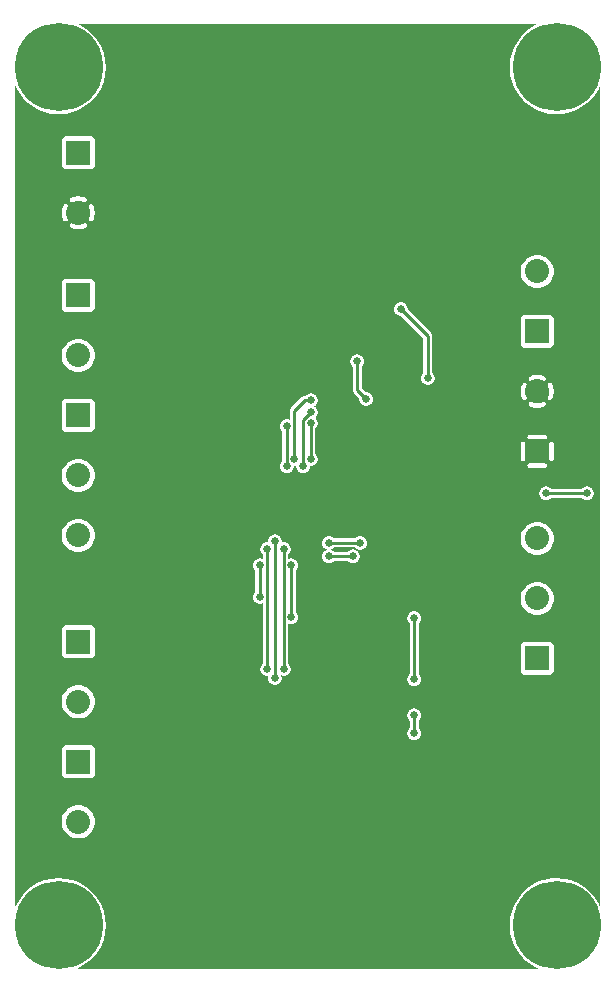
<source format=gbr>
G04 start of page 3 for group 1 idx 1 *
G04 Title: (unknown), solder *
G04 Creator: pcb 4.0.2 *
G04 CreationDate: Mon Jan 25 18:11:42 2021 UTC *
G04 For: ndholmes *
G04 Format: Gerber/RS-274X *
G04 PCB-Dimensions (mil): 3000.00 3200.00 *
G04 PCB-Coordinate-Origin: lower left *
%MOIN*%
%FSLAX25Y25*%
%LNBOTTOM*%
%ADD29C,0.0480*%
%ADD28C,0.1285*%
%ADD27C,0.0120*%
%ADD26C,0.0260*%
%ADD25C,0.0800*%
%ADD24C,0.2937*%
%ADD23C,0.0100*%
%ADD22C,0.0001*%
G54D22*G36*
X186246Y287650D02*X187862Y288038D01*
X190142Y288982D01*
X192247Y290272D01*
X194124Y291876D01*
X195728Y293753D01*
X197018Y295858D01*
X197500Y297022D01*
Y22978D01*
X197018Y24142D01*
X195728Y26247D01*
X194124Y28124D01*
X192247Y29728D01*
X190142Y31018D01*
X187862Y31962D01*
X186246Y32350D01*
Y159500D01*
X191256D01*
X191369Y159369D01*
X191644Y159134D01*
X191953Y158944D01*
X192287Y158806D01*
X192639Y158721D01*
X193000Y158693D01*
X193361Y158721D01*
X193713Y158806D01*
X194047Y158944D01*
X194356Y159134D01*
X194631Y159369D01*
X194866Y159644D01*
X195056Y159953D01*
X195194Y160287D01*
X195279Y160639D01*
X195300Y161000D01*
X195279Y161361D01*
X195194Y161713D01*
X195056Y162047D01*
X194866Y162356D01*
X194631Y162631D01*
X194356Y162866D01*
X194047Y163056D01*
X193713Y163194D01*
X193361Y163279D01*
X193000Y163307D01*
X192639Y163279D01*
X192287Y163194D01*
X191953Y163056D01*
X191644Y162866D01*
X191369Y162631D01*
X191256Y162500D01*
X186246D01*
Y287650D01*
G37*
G36*
X176500Y2716D02*X177022Y2500D01*
X176500D01*
Y2716D01*
G37*
G36*
X181250Y159500D02*X186246D01*
Y32350D01*
X185461Y32539D01*
X183000Y32732D01*
X181250Y32595D01*
Y100700D01*
X181384Y100783D01*
X181564Y100936D01*
X181717Y101116D01*
X181841Y101317D01*
X181931Y101535D01*
X181986Y101765D01*
X182000Y102000D01*
X181986Y110235D01*
X181931Y110465D01*
X181841Y110683D01*
X181717Y110884D01*
X181564Y111064D01*
X181384Y111217D01*
X181250Y111300D01*
Y123225D01*
X181416Y123495D01*
X181747Y124295D01*
X181949Y125137D01*
X182000Y126000D01*
X181949Y126863D01*
X181747Y127705D01*
X181416Y128505D01*
X181250Y128775D01*
Y143225D01*
X181416Y143495D01*
X181747Y144295D01*
X181949Y145137D01*
X182000Y146000D01*
X181949Y146863D01*
X181747Y147705D01*
X181416Y148505D01*
X181250Y148775D01*
Y159500D01*
G37*
G36*
Y287405D02*X183000Y287268D01*
X185461Y287461D01*
X186246Y287650D01*
Y162500D01*
X181250D01*
Y171748D01*
X181368Y171757D01*
X181482Y171785D01*
X181592Y171830D01*
X181692Y171891D01*
X181782Y171968D01*
X181859Y172058D01*
X181920Y172158D01*
X181965Y172268D01*
X181993Y172382D01*
X182000Y172500D01*
Y177500D01*
X181993Y177618D01*
X181965Y177732D01*
X181920Y177842D01*
X181859Y177942D01*
X181782Y178032D01*
X181692Y178109D01*
X181592Y178170D01*
X181482Y178215D01*
X181368Y178243D01*
X181250Y178252D01*
Y192303D01*
X181269Y192319D01*
X181345Y192409D01*
X181405Y192511D01*
X181622Y192980D01*
X181789Y193469D01*
X181909Y193972D01*
X181982Y194484D01*
X182006Y195000D01*
X181982Y195516D01*
X181909Y196028D01*
X181789Y196531D01*
X181622Y197020D01*
X181410Y197492D01*
X181349Y197593D01*
X181272Y197684D01*
X181250Y197702D01*
Y209700D01*
X181384Y209783D01*
X181564Y209936D01*
X181717Y210116D01*
X181841Y210317D01*
X181931Y210535D01*
X181986Y210765D01*
X182000Y211000D01*
X181986Y219235D01*
X181931Y219465D01*
X181841Y219683D01*
X181717Y219884D01*
X181564Y220064D01*
X181384Y220217D01*
X181250Y220300D01*
Y232225D01*
X181416Y232495D01*
X181747Y233295D01*
X181949Y234137D01*
X182000Y235000D01*
X181949Y235863D01*
X181747Y236705D01*
X181416Y237505D01*
X181250Y237775D01*
Y287405D01*
G37*
G36*
Y220300D02*X181183Y220341D01*
X180965Y220431D01*
X180735Y220486D01*
X180500Y220500D01*
X176500Y220493D01*
Y229483D01*
X177363Y229551D01*
X178205Y229753D01*
X179005Y230084D01*
X179743Y230537D01*
X180401Y231099D01*
X180963Y231757D01*
X181250Y232225D01*
Y220300D01*
G37*
G36*
Y128775D02*X180963Y129243D01*
X180401Y129901D01*
X179743Y130463D01*
X179005Y130916D01*
X178205Y131247D01*
X177363Y131449D01*
X176500Y131517D01*
Y140483D01*
X177363Y140551D01*
X178205Y140753D01*
X179005Y141084D01*
X179743Y141537D01*
X180401Y142099D01*
X180963Y142757D01*
X181250Y143225D01*
Y128775D01*
G37*
G36*
Y111300D02*X181183Y111341D01*
X180965Y111431D01*
X180735Y111486D01*
X180500Y111500D01*
X176500Y111493D01*
Y120483D01*
X177363Y120551D01*
X178205Y120753D01*
X179005Y121084D01*
X179743Y121537D01*
X180401Y122099D01*
X180963Y122757D01*
X181250Y123225D01*
Y111300D01*
G37*
G36*
Y32595D02*X180539Y32539D01*
X178138Y31962D01*
X176500Y31284D01*
Y100507D01*
X180735Y100514D01*
X180965Y100569D01*
X181183Y100659D01*
X181250Y100700D01*
Y32595D01*
G37*
G36*
Y162500D02*X181244D01*
X181131Y162631D01*
X180856Y162866D01*
X180547Y163056D01*
X180213Y163194D01*
X179861Y163279D01*
X179500Y163307D01*
X179139Y163279D01*
X178787Y163194D01*
X178453Y163056D01*
X178144Y162866D01*
X177869Y162631D01*
X177634Y162356D01*
X177444Y162047D01*
X177306Y161713D01*
X177221Y161361D01*
X177193Y161000D01*
X177221Y160639D01*
X177306Y160287D01*
X177444Y159953D01*
X177634Y159644D01*
X177869Y159369D01*
X178144Y159134D01*
X178453Y158944D01*
X178787Y158806D01*
X179139Y158721D01*
X179500Y158693D01*
X179861Y158721D01*
X180213Y158806D01*
X180547Y158944D01*
X180856Y159134D01*
X181131Y159369D01*
X181244Y159500D01*
X181250D01*
Y148775D01*
X180963Y149243D01*
X180401Y149901D01*
X179743Y150463D01*
X179005Y150916D01*
X178205Y151247D01*
X177363Y151449D01*
X176500Y151517D01*
Y169500D01*
X179000D01*
X179118Y169507D01*
X179232Y169535D01*
X179342Y169580D01*
X179442Y169641D01*
X179532Y169718D01*
X179609Y169808D01*
X179670Y169908D01*
X179715Y170018D01*
X179743Y170132D01*
X179752Y170250D01*
X179743Y170368D01*
X179715Y170482D01*
X179670Y170592D01*
X179609Y170692D01*
X179532Y170782D01*
X179442Y170859D01*
X179342Y170920D01*
X179232Y170965D01*
X179118Y170993D01*
X179000Y171000D01*
X176500D01*
Y179000D01*
X179000D01*
X179118Y179007D01*
X179232Y179035D01*
X179342Y179080D01*
X179442Y179141D01*
X179532Y179218D01*
X179609Y179308D01*
X179670Y179408D01*
X179715Y179518D01*
X179743Y179632D01*
X179752Y179750D01*
X179743Y179868D01*
X179715Y179982D01*
X179670Y180092D01*
X179609Y180192D01*
X179532Y180282D01*
X179442Y180359D01*
X179342Y180420D01*
X179232Y180465D01*
X179118Y180493D01*
X179000Y180500D01*
X176500D01*
Y189494D01*
X177016Y189518D01*
X177528Y189591D01*
X178031Y189711D01*
X178520Y189878D01*
X178992Y190090D01*
X179093Y190151D01*
X179184Y190228D01*
X179261Y190318D01*
X179323Y190420D01*
X179369Y190529D01*
X179397Y190645D01*
X179406Y190763D01*
X179397Y190881D01*
X179370Y190997D01*
X179324Y191107D01*
X179262Y191208D01*
X179186Y191298D01*
X179095Y191376D01*
X178994Y191438D01*
X178885Y191484D01*
X178769Y191511D01*
X178651Y191521D01*
X178532Y191512D01*
X178417Y191484D01*
X178308Y191437D01*
X177968Y191279D01*
X177612Y191158D01*
X177247Y191070D01*
X176875Y191018D01*
X176500Y191000D01*
Y199000D01*
X176875Y198982D01*
X177247Y198930D01*
X177612Y198842D01*
X177968Y198721D01*
X178310Y198567D01*
X178418Y198520D01*
X178533Y198493D01*
X178651Y198483D01*
X178768Y198493D01*
X178883Y198521D01*
X178992Y198566D01*
X179093Y198628D01*
X179182Y198705D01*
X179259Y198795D01*
X179320Y198895D01*
X179365Y199004D01*
X179393Y199119D01*
X179402Y199237D01*
X179392Y199355D01*
X179365Y199469D01*
X179319Y199578D01*
X179257Y199679D01*
X179181Y199769D01*
X179091Y199845D01*
X178989Y199905D01*
X178520Y200122D01*
X178031Y200289D01*
X177528Y200409D01*
X177016Y200482D01*
X176500Y200506D01*
Y209507D01*
X180735Y209514D01*
X180965Y209569D01*
X181183Y209659D01*
X181250Y209700D01*
Y197702D01*
X181182Y197761D01*
X181080Y197823D01*
X180971Y197869D01*
X180855Y197897D01*
X180737Y197906D01*
X180619Y197897D01*
X180503Y197870D01*
X180393Y197824D01*
X180292Y197762D01*
X180202Y197686D01*
X180124Y197595D01*
X180062Y197494D01*
X180016Y197385D01*
X179989Y197269D01*
X179979Y197151D01*
X179988Y197032D01*
X180016Y196917D01*
X180063Y196808D01*
X180221Y196468D01*
X180342Y196112D01*
X180430Y195747D01*
X180482Y195375D01*
X180500Y195000D01*
X180482Y194625D01*
X180430Y194253D01*
X180342Y193888D01*
X180221Y193532D01*
X180067Y193190D01*
X180020Y193082D01*
X179993Y192967D01*
X179983Y192849D01*
X179993Y192732D01*
X180021Y192617D01*
X180066Y192508D01*
X180128Y192407D01*
X180205Y192318D01*
X180295Y192241D01*
X180395Y192180D01*
X180504Y192135D01*
X180619Y192107D01*
X180737Y192098D01*
X180855Y192108D01*
X180969Y192135D01*
X181078Y192181D01*
X181179Y192243D01*
X181250Y192303D01*
Y178252D01*
X181132Y178243D01*
X181018Y178215D01*
X180908Y178170D01*
X180808Y178109D01*
X180718Y178032D01*
X180641Y177942D01*
X180580Y177842D01*
X180535Y177732D01*
X180507Y177618D01*
X180500Y177500D01*
Y172500D01*
X180507Y172382D01*
X180535Y172268D01*
X180580Y172158D01*
X180641Y172058D01*
X180718Y171968D01*
X180808Y171891D01*
X180908Y171830D01*
X181018Y171785D01*
X181132Y171757D01*
X181250Y171748D01*
Y162500D01*
G37*
G36*
X176500Y288716D02*X178138Y288038D01*
X180539Y287461D01*
X181250Y287405D01*
Y237775D01*
X180963Y238243D01*
X180401Y238901D01*
X179743Y239463D01*
X179005Y239916D01*
X178205Y240247D01*
X177363Y240449D01*
X176500Y240517D01*
Y288716D01*
G37*
G36*
Y317500D02*X177022D01*
X176500Y317284D01*
Y317500D01*
G37*
G36*
X171750Y6023D02*X171876Y5876D01*
X173753Y4272D01*
X175858Y2982D01*
X176500Y2716D01*
Y2500D01*
X171750D01*
Y6023D01*
G37*
G36*
Y100700D02*X171817Y100659D01*
X172035Y100569D01*
X172265Y100514D01*
X172500Y100500D01*
X176500Y100507D01*
Y31284D01*
X175858Y31018D01*
X173753Y29728D01*
X171876Y28124D01*
X171750Y27977D01*
Y100700D01*
G37*
G36*
Y123225D02*X172037Y122757D01*
X172599Y122099D01*
X173257Y121537D01*
X173995Y121084D01*
X174795Y120753D01*
X175637Y120551D01*
X176500Y120483D01*
Y111493D01*
X172265Y111486D01*
X172035Y111431D01*
X171817Y111341D01*
X171750Y111300D01*
Y123225D01*
G37*
G36*
Y143225D02*X172037Y142757D01*
X172599Y142099D01*
X173257Y141537D01*
X173995Y141084D01*
X174795Y140753D01*
X175637Y140551D01*
X176500Y140483D01*
Y131517D01*
X175637Y131449D01*
X174795Y131247D01*
X173995Y130916D01*
X173257Y130463D01*
X172599Y129901D01*
X172037Y129243D01*
X171750Y128775D01*
Y143225D01*
G37*
G36*
Y209700D02*X171817Y209659D01*
X172035Y209569D01*
X172265Y209514D01*
X172500Y209500D01*
X176500Y209507D01*
Y200506D01*
X175984Y200482D01*
X175472Y200409D01*
X174969Y200289D01*
X174480Y200122D01*
X174008Y199910D01*
X173907Y199849D01*
X173816Y199772D01*
X173739Y199682D01*
X173677Y199580D01*
X173631Y199471D01*
X173603Y199355D01*
X173594Y199237D01*
X173603Y199119D01*
X173630Y199003D01*
X173676Y198893D01*
X173738Y198792D01*
X173814Y198702D01*
X173905Y198624D01*
X174006Y198562D01*
X174115Y198516D01*
X174231Y198489D01*
X174349Y198479D01*
X174468Y198488D01*
X174583Y198516D01*
X174692Y198563D01*
X175032Y198721D01*
X175388Y198842D01*
X175753Y198930D01*
X176125Y198982D01*
X176500Y199000D01*
Y191000D01*
X176125Y191018D01*
X175753Y191070D01*
X175388Y191158D01*
X175032Y191279D01*
X174690Y191433D01*
X174582Y191480D01*
X174467Y191507D01*
X174349Y191517D01*
X174232Y191507D01*
X174117Y191479D01*
X174008Y191434D01*
X173907Y191372D01*
X173818Y191295D01*
X173741Y191205D01*
X173680Y191105D01*
X173635Y190996D01*
X173607Y190881D01*
X173598Y190763D01*
X173608Y190645D01*
X173635Y190531D01*
X173681Y190422D01*
X173743Y190321D01*
X173819Y190231D01*
X173909Y190155D01*
X174011Y190095D01*
X174480Y189878D01*
X174969Y189711D01*
X175472Y189591D01*
X175984Y189518D01*
X176500Y189494D01*
Y180500D01*
X174000D01*
X173882Y180493D01*
X173768Y180465D01*
X173658Y180420D01*
X173558Y180359D01*
X173468Y180282D01*
X173391Y180192D01*
X173330Y180092D01*
X173285Y179982D01*
X173257Y179868D01*
X173248Y179750D01*
X173257Y179632D01*
X173285Y179518D01*
X173330Y179408D01*
X173391Y179308D01*
X173468Y179218D01*
X173558Y179141D01*
X173658Y179080D01*
X173768Y179035D01*
X173882Y179007D01*
X174000Y179000D01*
X176500D01*
Y171000D01*
X174000D01*
X173882Y170993D01*
X173768Y170965D01*
X173658Y170920D01*
X173558Y170859D01*
X173468Y170782D01*
X173391Y170692D01*
X173330Y170592D01*
X173285Y170482D01*
X173257Y170368D01*
X173248Y170250D01*
X173257Y170132D01*
X173285Y170018D01*
X173330Y169908D01*
X173391Y169808D01*
X173468Y169718D01*
X173558Y169641D01*
X173658Y169580D01*
X173768Y169535D01*
X173882Y169507D01*
X174000Y169500D01*
X176500D01*
Y151517D01*
X175637Y151449D01*
X174795Y151247D01*
X173995Y150916D01*
X173257Y150463D01*
X172599Y149901D01*
X172037Y149243D01*
X171750Y148775D01*
Y171748D01*
X171868Y171757D01*
X171982Y171785D01*
X172092Y171830D01*
X172192Y171891D01*
X172282Y171968D01*
X172359Y172058D01*
X172420Y172158D01*
X172465Y172268D01*
X172493Y172382D01*
X172500Y172500D01*
Y177500D01*
X172493Y177618D01*
X172465Y177732D01*
X172420Y177842D01*
X172359Y177942D01*
X172282Y178032D01*
X172192Y178109D01*
X172092Y178170D01*
X171982Y178215D01*
X171868Y178243D01*
X171750Y178252D01*
Y192298D01*
X171818Y192239D01*
X171920Y192177D01*
X172029Y192131D01*
X172145Y192103D01*
X172263Y192094D01*
X172381Y192103D01*
X172497Y192130D01*
X172607Y192176D01*
X172708Y192238D01*
X172798Y192314D01*
X172876Y192405D01*
X172938Y192506D01*
X172984Y192615D01*
X173011Y192731D01*
X173021Y192849D01*
X173012Y192968D01*
X172984Y193083D01*
X172937Y193192D01*
X172779Y193532D01*
X172658Y193888D01*
X172570Y194253D01*
X172518Y194625D01*
X172500Y195000D01*
X172518Y195375D01*
X172570Y195747D01*
X172658Y196112D01*
X172779Y196468D01*
X172933Y196810D01*
X172980Y196918D01*
X173007Y197033D01*
X173017Y197151D01*
X173007Y197268D01*
X172979Y197383D01*
X172934Y197492D01*
X172872Y197593D01*
X172795Y197682D01*
X172705Y197759D01*
X172605Y197820D01*
X172496Y197865D01*
X172381Y197893D01*
X172263Y197902D01*
X172145Y197892D01*
X172031Y197865D01*
X171922Y197819D01*
X171821Y197757D01*
X171750Y197697D01*
Y209700D01*
G37*
G36*
Y232225D02*X172037Y231757D01*
X172599Y231099D01*
X173257Y230537D01*
X173995Y230084D01*
X174795Y229753D01*
X175637Y229551D01*
X176500Y229483D01*
Y220493D01*
X172265Y220486D01*
X172035Y220431D01*
X171817Y220341D01*
X171750Y220300D01*
Y232225D01*
G37*
G36*
Y292023D02*X171876Y291876D01*
X173753Y290272D01*
X175858Y288982D01*
X176500Y288716D01*
Y240517D01*
X175637Y240449D01*
X174795Y240247D01*
X173995Y239916D01*
X173257Y239463D01*
X172599Y238901D01*
X172037Y238243D01*
X171750Y237775D01*
Y292023D01*
G37*
G36*
Y317500D02*X176500D01*
Y317284D01*
X175858Y317018D01*
X173753Y315728D01*
X171876Y314124D01*
X171750Y313977D01*
Y317500D01*
G37*
G36*
X135496D02*X171750D01*
Y313977D01*
X170272Y312247D01*
X168982Y310142D01*
X168038Y307862D01*
X167461Y305461D01*
X167268Y303000D01*
X167461Y300539D01*
X168038Y298138D01*
X168982Y295858D01*
X170272Y293753D01*
X171750Y292023D01*
Y237775D01*
X171584Y237505D01*
X171253Y236705D01*
X171051Y235863D01*
X170983Y235000D01*
X171051Y234137D01*
X171253Y233295D01*
X171584Y232495D01*
X171750Y232225D01*
Y220300D01*
X171616Y220217D01*
X171436Y220064D01*
X171283Y219884D01*
X171159Y219683D01*
X171069Y219465D01*
X171014Y219235D01*
X171000Y219000D01*
X171014Y210765D01*
X171069Y210535D01*
X171159Y210317D01*
X171283Y210116D01*
X171436Y209936D01*
X171616Y209783D01*
X171750Y209700D01*
Y197697D01*
X171731Y197681D01*
X171655Y197591D01*
X171595Y197489D01*
X171378Y197020D01*
X171211Y196531D01*
X171091Y196028D01*
X171018Y195516D01*
X170994Y195000D01*
X171018Y194484D01*
X171091Y193972D01*
X171211Y193469D01*
X171378Y192980D01*
X171590Y192508D01*
X171651Y192407D01*
X171728Y192316D01*
X171750Y192298D01*
Y178252D01*
X171632Y178243D01*
X171518Y178215D01*
X171408Y178170D01*
X171308Y178109D01*
X171218Y178032D01*
X171141Y177942D01*
X171080Y177842D01*
X171035Y177732D01*
X171007Y177618D01*
X171000Y177500D01*
Y172500D01*
X171007Y172382D01*
X171035Y172268D01*
X171080Y172158D01*
X171141Y172058D01*
X171218Y171968D01*
X171308Y171891D01*
X171408Y171830D01*
X171518Y171785D01*
X171632Y171757D01*
X171750Y171748D01*
Y148775D01*
X171584Y148505D01*
X171253Y147705D01*
X171051Y146863D01*
X170983Y146000D01*
X171051Y145137D01*
X171253Y144295D01*
X171584Y143495D01*
X171750Y143225D01*
Y128775D01*
X171584Y128505D01*
X171253Y127705D01*
X171051Y126863D01*
X170983Y126000D01*
X171051Y125137D01*
X171253Y124295D01*
X171584Y123495D01*
X171750Y123225D01*
Y111300D01*
X171616Y111217D01*
X171436Y111064D01*
X171283Y110884D01*
X171159Y110683D01*
X171069Y110465D01*
X171014Y110235D01*
X171000Y110000D01*
X171014Y101765D01*
X171069Y101535D01*
X171159Y101317D01*
X171283Y101116D01*
X171436Y100936D01*
X171616Y100783D01*
X171750Y100700D01*
Y27977D01*
X170272Y26247D01*
X168982Y24142D01*
X168038Y21862D01*
X167461Y19461D01*
X167268Y17000D01*
X167461Y14539D01*
X168038Y12138D01*
X168982Y9858D01*
X170272Y7753D01*
X171750Y6023D01*
Y2500D01*
X135496D01*
Y78693D01*
X135500Y78693D01*
X135861Y78721D01*
X136213Y78806D01*
X136547Y78944D01*
X136856Y79134D01*
X137131Y79369D01*
X137366Y79644D01*
X137556Y79953D01*
X137694Y80287D01*
X137779Y80639D01*
X137800Y81000D01*
X137779Y81361D01*
X137694Y81713D01*
X137556Y82047D01*
X137366Y82356D01*
X137131Y82631D01*
X137000Y82744D01*
Y85256D01*
X137131Y85369D01*
X137366Y85644D01*
X137556Y85953D01*
X137694Y86287D01*
X137779Y86639D01*
X137800Y87000D01*
X137779Y87361D01*
X137694Y87713D01*
X137556Y88047D01*
X137366Y88356D01*
X137131Y88631D01*
X136856Y88866D01*
X136547Y89056D01*
X136213Y89194D01*
X135861Y89279D01*
X135500Y89307D01*
X135496Y89307D01*
Y96693D01*
X135500Y96693D01*
X135861Y96721D01*
X136213Y96806D01*
X136547Y96944D01*
X136856Y97134D01*
X137131Y97369D01*
X137366Y97644D01*
X137556Y97953D01*
X137694Y98287D01*
X137779Y98639D01*
X137800Y99000D01*
X137779Y99361D01*
X137694Y99713D01*
X137556Y100047D01*
X137366Y100356D01*
X137131Y100631D01*
X137000Y100744D01*
Y117756D01*
X137131Y117869D01*
X137366Y118144D01*
X137556Y118453D01*
X137694Y118787D01*
X137779Y119139D01*
X137800Y119500D01*
X137779Y119861D01*
X137694Y120213D01*
X137556Y120547D01*
X137366Y120856D01*
X137131Y121131D01*
X136856Y121366D01*
X136547Y121556D01*
X136213Y121694D01*
X135861Y121779D01*
X135500Y121807D01*
X135496Y121807D01*
Y215882D01*
X138500Y212879D01*
Y201244D01*
X138369Y201131D01*
X138134Y200856D01*
X137944Y200547D01*
X137806Y200213D01*
X137721Y199861D01*
X137693Y199500D01*
X137721Y199139D01*
X137806Y198787D01*
X137944Y198453D01*
X138134Y198144D01*
X138369Y197869D01*
X138644Y197634D01*
X138953Y197444D01*
X139287Y197306D01*
X139639Y197221D01*
X140000Y197193D01*
X140361Y197221D01*
X140713Y197306D01*
X141047Y197444D01*
X141356Y197634D01*
X141631Y197869D01*
X141866Y198144D01*
X142056Y198453D01*
X142194Y198787D01*
X142279Y199139D01*
X142300Y199500D01*
X142279Y199861D01*
X142194Y200213D01*
X142056Y200547D01*
X141866Y200856D01*
X141631Y201131D01*
X141500Y201244D01*
Y213441D01*
X141505Y213500D01*
X141486Y213735D01*
X141431Y213965D01*
X141341Y214183D01*
X141217Y214384D01*
X141064Y214564D01*
X141019Y214602D01*
X135496Y220125D01*
Y317500D01*
G37*
G36*
X117996D02*X135496D01*
Y220125D01*
X133290Y222331D01*
X133300Y222500D01*
X133279Y222861D01*
X133194Y223213D01*
X133056Y223547D01*
X132866Y223856D01*
X132631Y224131D01*
X132356Y224366D01*
X132047Y224556D01*
X131713Y224694D01*
X131361Y224779D01*
X131000Y224807D01*
X130639Y224779D01*
X130287Y224694D01*
X129953Y224556D01*
X129644Y224366D01*
X129369Y224131D01*
X129134Y223856D01*
X128944Y223547D01*
X128806Y223213D01*
X128721Y222861D01*
X128693Y222500D01*
X128721Y222139D01*
X128806Y221787D01*
X128944Y221453D01*
X129134Y221144D01*
X129369Y220869D01*
X129644Y220634D01*
X129953Y220444D01*
X130287Y220306D01*
X130639Y220221D01*
X131000Y220193D01*
X131172Y220206D01*
X135496Y215882D01*
Y121807D01*
X135139Y121779D01*
X134787Y121694D01*
X134453Y121556D01*
X134144Y121366D01*
X133869Y121131D01*
X133634Y120856D01*
X133444Y120547D01*
X133306Y120213D01*
X133221Y119861D01*
X133193Y119500D01*
X133221Y119139D01*
X133306Y118787D01*
X133444Y118453D01*
X133634Y118144D01*
X133869Y117869D01*
X134000Y117756D01*
Y100744D01*
X133869Y100631D01*
X133634Y100356D01*
X133444Y100047D01*
X133306Y99713D01*
X133221Y99361D01*
X133193Y99000D01*
X133221Y98639D01*
X133306Y98287D01*
X133444Y97953D01*
X133634Y97644D01*
X133869Y97369D01*
X134144Y97134D01*
X134453Y96944D01*
X134787Y96806D01*
X135139Y96721D01*
X135496Y96693D01*
Y89307D01*
X135139Y89279D01*
X134787Y89194D01*
X134453Y89056D01*
X134144Y88866D01*
X133869Y88631D01*
X133634Y88356D01*
X133444Y88047D01*
X133306Y87713D01*
X133221Y87361D01*
X133193Y87000D01*
X133221Y86639D01*
X133306Y86287D01*
X133444Y85953D01*
X133634Y85644D01*
X133869Y85369D01*
X134000Y85256D01*
Y82744D01*
X133869Y82631D01*
X133634Y82356D01*
X133444Y82047D01*
X133306Y81713D01*
X133221Y81361D01*
X133193Y81000D01*
X133221Y80639D01*
X133306Y80287D01*
X133444Y79953D01*
X133634Y79644D01*
X133869Y79369D01*
X134144Y79134D01*
X134453Y78944D01*
X134787Y78806D01*
X135139Y78721D01*
X135496Y78693D01*
Y2500D01*
X117996D01*
Y142254D01*
X118213Y142306D01*
X118547Y142444D01*
X118856Y142634D01*
X119131Y142869D01*
X119366Y143144D01*
X119556Y143453D01*
X119694Y143787D01*
X119779Y144139D01*
X119800Y144500D01*
X119779Y144861D01*
X119694Y145213D01*
X119556Y145547D01*
X119366Y145856D01*
X119131Y146131D01*
X118856Y146366D01*
X118547Y146556D01*
X118213Y146694D01*
X117996Y146746D01*
Y190759D01*
X118144Y190634D01*
X118453Y190444D01*
X118787Y190306D01*
X119139Y190221D01*
X119500Y190193D01*
X119861Y190221D01*
X120213Y190306D01*
X120547Y190444D01*
X120856Y190634D01*
X121131Y190869D01*
X121366Y191144D01*
X121556Y191453D01*
X121694Y191787D01*
X121779Y192139D01*
X121800Y192500D01*
X121779Y192861D01*
X121694Y193213D01*
X121556Y193547D01*
X121366Y193856D01*
X121131Y194131D01*
X120856Y194366D01*
X120547Y194556D01*
X120213Y194694D01*
X119861Y194779D01*
X119500Y194807D01*
X119328Y194794D01*
X118000Y196121D01*
Y203256D01*
X118131Y203369D01*
X118366Y203644D01*
X118556Y203953D01*
X118694Y204287D01*
X118779Y204639D01*
X118800Y205000D01*
X118779Y205361D01*
X118694Y205713D01*
X118556Y206047D01*
X118366Y206356D01*
X118131Y206631D01*
X117996Y206747D01*
Y317500D01*
G37*
G36*
X96996D02*X117996D01*
Y206747D01*
X117856Y206866D01*
X117547Y207056D01*
X117213Y207194D01*
X116861Y207279D01*
X116500Y207307D01*
X116139Y207279D01*
X115787Y207194D01*
X115453Y207056D01*
X115144Y206866D01*
X114869Y206631D01*
X114634Y206356D01*
X114444Y206047D01*
X114306Y205713D01*
X114221Y205361D01*
X114193Y205000D01*
X114221Y204639D01*
X114306Y204287D01*
X114444Y203953D01*
X114634Y203644D01*
X114869Y203369D01*
X115000Y203256D01*
Y195559D01*
X114995Y195500D01*
X115014Y195265D01*
X115069Y195035D01*
X115159Y194817D01*
X115283Y194616D01*
X115436Y194436D01*
X115481Y194398D01*
X117206Y192672D01*
X117193Y192500D01*
X117221Y192139D01*
X117306Y191787D01*
X117444Y191453D01*
X117634Y191144D01*
X117869Y190869D01*
X117996Y190759D01*
Y146746D01*
X117861Y146779D01*
X117500Y146807D01*
X117139Y146779D01*
X116787Y146694D01*
X116453Y146556D01*
X116144Y146366D01*
X115869Y146131D01*
X115756Y146000D01*
X108744D01*
X108631Y146131D01*
X108356Y146366D01*
X108047Y146556D01*
X107713Y146694D01*
X107361Y146779D01*
X107000Y146807D01*
X106639Y146779D01*
X106287Y146694D01*
X105953Y146556D01*
X105644Y146366D01*
X105369Y146131D01*
X105134Y145856D01*
X104944Y145547D01*
X104806Y145213D01*
X104721Y144861D01*
X104693Y144500D01*
X104721Y144139D01*
X104806Y143787D01*
X104944Y143453D01*
X105134Y143144D01*
X105369Y142869D01*
X105644Y142634D01*
X105953Y142444D01*
X106287Y142306D01*
X106520Y142250D01*
X106287Y142194D01*
X105953Y142056D01*
X105644Y141866D01*
X105369Y141631D01*
X105134Y141356D01*
X104944Y141047D01*
X104806Y140713D01*
X104721Y140361D01*
X104693Y140000D01*
X104721Y139639D01*
X104806Y139287D01*
X104944Y138953D01*
X105134Y138644D01*
X105369Y138369D01*
X105644Y138134D01*
X105953Y137944D01*
X106287Y137806D01*
X106639Y137721D01*
X107000Y137693D01*
X107361Y137721D01*
X107713Y137806D01*
X108047Y137944D01*
X108356Y138134D01*
X108631Y138369D01*
X108744Y138500D01*
X113256D01*
X113369Y138369D01*
X113644Y138134D01*
X113953Y137944D01*
X114287Y137806D01*
X114639Y137721D01*
X115000Y137693D01*
X115361Y137721D01*
X115713Y137806D01*
X116047Y137944D01*
X116356Y138134D01*
X116631Y138369D01*
X116866Y138644D01*
X117056Y138953D01*
X117194Y139287D01*
X117279Y139639D01*
X117300Y140000D01*
X117279Y140361D01*
X117194Y140713D01*
X117056Y141047D01*
X116866Y141356D01*
X116631Y141631D01*
X116356Y141866D01*
X116047Y142056D01*
X115713Y142194D01*
X115361Y142279D01*
X115000Y142307D01*
X114639Y142279D01*
X114287Y142194D01*
X113953Y142056D01*
X113644Y141866D01*
X113369Y141631D01*
X113256Y141500D01*
X108744D01*
X108631Y141631D01*
X108356Y141866D01*
X108047Y142056D01*
X107713Y142194D01*
X107480Y142250D01*
X107713Y142306D01*
X108047Y142444D01*
X108356Y142634D01*
X108631Y142869D01*
X108744Y143000D01*
X115756D01*
X115869Y142869D01*
X116144Y142634D01*
X116453Y142444D01*
X116787Y142306D01*
X117139Y142221D01*
X117500Y142193D01*
X117861Y142221D01*
X117996Y142254D01*
Y2500D01*
X96996D01*
Y168259D01*
X97144Y168134D01*
X97453Y167944D01*
X97787Y167806D01*
X98139Y167721D01*
X98500Y167693D01*
X98861Y167721D01*
X99213Y167806D01*
X99547Y167944D01*
X99856Y168134D01*
X100131Y168369D01*
X100366Y168644D01*
X100556Y168953D01*
X100694Y169287D01*
X100779Y169639D01*
X100800Y170000D01*
X100788Y170210D01*
X101000Y170193D01*
X101361Y170221D01*
X101713Y170306D01*
X102047Y170444D01*
X102356Y170634D01*
X102631Y170869D01*
X102866Y171144D01*
X103056Y171453D01*
X103194Y171787D01*
X103279Y172139D01*
X103300Y172500D01*
X103279Y172861D01*
X103194Y173213D01*
X103056Y173547D01*
X102866Y173856D01*
X102631Y174131D01*
X102500Y174244D01*
Y182756D01*
X102631Y182869D01*
X102866Y183144D01*
X103056Y183453D01*
X103194Y183787D01*
X103279Y184139D01*
X103300Y184500D01*
X103279Y184861D01*
X103194Y185213D01*
X103056Y185547D01*
X102866Y185856D01*
X102631Y186131D01*
X102492Y186250D01*
X102631Y186369D01*
X102866Y186644D01*
X103056Y186953D01*
X103194Y187287D01*
X103279Y187639D01*
X103300Y188000D01*
X103279Y188361D01*
X103194Y188713D01*
X103056Y189047D01*
X102866Y189356D01*
X102631Y189631D01*
X102356Y189866D01*
X102138Y190000D01*
X102356Y190134D01*
X102631Y190369D01*
X102866Y190644D01*
X103056Y190953D01*
X103194Y191287D01*
X103279Y191639D01*
X103300Y192000D01*
X103279Y192361D01*
X103194Y192713D01*
X103056Y193047D01*
X102866Y193356D01*
X102631Y193631D01*
X102356Y193866D01*
X102047Y194056D01*
X101713Y194194D01*
X101361Y194279D01*
X101000Y194307D01*
X100639Y194279D01*
X100287Y194194D01*
X99953Y194056D01*
X99644Y193866D01*
X99369Y193631D01*
X99256Y193500D01*
X99059D01*
X99000Y193505D01*
X98765Y193486D01*
X98535Y193431D01*
X98317Y193341D01*
X98116Y193217D01*
X98115Y193217D01*
X97936Y193064D01*
X97898Y193019D01*
X96996Y192118D01*
Y317500D01*
G37*
G36*
X89246D02*X96996D01*
Y192118D01*
X94481Y189602D01*
X94436Y189564D01*
X94283Y189384D01*
X94159Y189183D01*
X94069Y188965D01*
X94014Y188735D01*
X94014Y188735D01*
X93995Y188500D01*
X94000Y188441D01*
Y185575D01*
X93713Y185694D01*
X93361Y185779D01*
X93000Y185807D01*
X92639Y185779D01*
X92287Y185694D01*
X91953Y185556D01*
X91644Y185366D01*
X91369Y185131D01*
X91134Y184856D01*
X90944Y184547D01*
X90806Y184213D01*
X90721Y183861D01*
X90693Y183500D01*
X90721Y183139D01*
X90806Y182787D01*
X90944Y182453D01*
X91134Y182144D01*
X91369Y181869D01*
X91500Y181756D01*
Y171744D01*
X91369Y171631D01*
X91134Y171356D01*
X90944Y171047D01*
X90806Y170713D01*
X90721Y170361D01*
X90693Y170000D01*
X90721Y169639D01*
X90806Y169287D01*
X90944Y168953D01*
X91134Y168644D01*
X91369Y168369D01*
X91644Y168134D01*
X91953Y167944D01*
X92287Y167806D01*
X92639Y167721D01*
X93000Y167693D01*
X93361Y167721D01*
X93713Y167806D01*
X94047Y167944D01*
X94356Y168134D01*
X94631Y168369D01*
X94866Y168644D01*
X95056Y168953D01*
X95194Y169287D01*
X95279Y169639D01*
X95300Y170000D01*
X95288Y170210D01*
X95500Y170193D01*
X95861Y170221D01*
X96213Y170306D01*
X96217Y170308D01*
X96193Y170000D01*
X96221Y169639D01*
X96306Y169287D01*
X96444Y168953D01*
X96634Y168644D01*
X96869Y168369D01*
X96996Y168259D01*
Y2500D01*
X89246D01*
Y97212D01*
X89361Y97221D01*
X89713Y97306D01*
X90047Y97444D01*
X90356Y97634D01*
X90631Y97869D01*
X90866Y98144D01*
X91056Y98453D01*
X91194Y98787D01*
X91279Y99139D01*
X91300Y99500D01*
X91279Y99861D01*
X91194Y100213D01*
X91128Y100372D01*
X91287Y100306D01*
X91639Y100221D01*
X92000Y100193D01*
X92361Y100221D01*
X92713Y100306D01*
X93047Y100444D01*
X93356Y100634D01*
X93631Y100869D01*
X93866Y101144D01*
X94056Y101453D01*
X94194Y101787D01*
X94279Y102139D01*
X94300Y102500D01*
X94279Y102861D01*
X94194Y103213D01*
X94056Y103547D01*
X93866Y103856D01*
X93631Y104131D01*
X93500Y104244D01*
Y117625D01*
X93787Y117506D01*
X94139Y117421D01*
X94500Y117393D01*
X94861Y117421D01*
X95213Y117506D01*
X95547Y117644D01*
X95856Y117834D01*
X96131Y118069D01*
X96366Y118344D01*
X96556Y118653D01*
X96694Y118987D01*
X96779Y119339D01*
X96800Y119700D01*
X96779Y120061D01*
X96694Y120413D01*
X96556Y120747D01*
X96366Y121056D01*
X96131Y121331D01*
X96000Y121444D01*
Y135256D01*
X96131Y135369D01*
X96366Y135644D01*
X96556Y135953D01*
X96694Y136287D01*
X96779Y136639D01*
X96800Y137000D01*
X96779Y137361D01*
X96694Y137713D01*
X96556Y138047D01*
X96366Y138356D01*
X96131Y138631D01*
X95856Y138866D01*
X95547Y139056D01*
X95213Y139194D01*
X94861Y139279D01*
X94500Y139307D01*
X94139Y139279D01*
X93787Y139194D01*
X93500Y139075D01*
Y140756D01*
X93631Y140869D01*
X93866Y141144D01*
X94056Y141453D01*
X94194Y141787D01*
X94279Y142139D01*
X94300Y142500D01*
X94279Y142861D01*
X94194Y143213D01*
X94056Y143547D01*
X93866Y143856D01*
X93631Y144131D01*
X93356Y144366D01*
X93047Y144556D01*
X92713Y144694D01*
X92361Y144779D01*
X92000Y144807D01*
X91639Y144779D01*
X91287Y144694D01*
X91282Y144692D01*
X91300Y145000D01*
X91279Y145361D01*
X91194Y145713D01*
X91056Y146047D01*
X90866Y146356D01*
X90631Y146631D01*
X90356Y146866D01*
X90047Y147056D01*
X89713Y147194D01*
X89361Y147279D01*
X89246Y147288D01*
Y317500D01*
G37*
G36*
X27993D02*X89246D01*
Y147288D01*
X89000Y147307D01*
X88639Y147279D01*
X88287Y147194D01*
X87953Y147056D01*
X87644Y146866D01*
X87369Y146631D01*
X87134Y146356D01*
X86944Y146047D01*
X86806Y145713D01*
X86721Y145361D01*
X86693Y145000D01*
X86709Y144791D01*
X86500Y144807D01*
X86139Y144779D01*
X85787Y144694D01*
X85453Y144556D01*
X85144Y144366D01*
X84869Y144131D01*
X84634Y143856D01*
X84444Y143547D01*
X84306Y143213D01*
X84221Y142861D01*
X84193Y142500D01*
X84221Y142139D01*
X84306Y141787D01*
X84444Y141453D01*
X84634Y141144D01*
X84869Y140869D01*
X85000Y140756D01*
Y139075D01*
X84713Y139194D01*
X84361Y139279D01*
X84000Y139307D01*
X83639Y139279D01*
X83287Y139194D01*
X82953Y139056D01*
X82644Y138866D01*
X82369Y138631D01*
X82134Y138356D01*
X81944Y138047D01*
X81806Y137713D01*
X81721Y137361D01*
X81693Y137000D01*
X81721Y136639D01*
X81806Y136287D01*
X81944Y135953D01*
X82134Y135644D01*
X82369Y135369D01*
X82500Y135256D01*
Y128244D01*
X82369Y128131D01*
X82134Y127856D01*
X81944Y127547D01*
X81806Y127213D01*
X81721Y126861D01*
X81693Y126500D01*
X81721Y126139D01*
X81806Y125787D01*
X81944Y125453D01*
X82134Y125144D01*
X82369Y124869D01*
X82644Y124634D01*
X82953Y124444D01*
X83287Y124306D01*
X83639Y124221D01*
X84000Y124193D01*
X84361Y124221D01*
X84713Y124306D01*
X85000Y124425D01*
Y104244D01*
X84869Y104131D01*
X84634Y103856D01*
X84444Y103547D01*
X84306Y103213D01*
X84221Y102861D01*
X84193Y102500D01*
X84221Y102139D01*
X84306Y101787D01*
X84444Y101453D01*
X84634Y101144D01*
X84869Y100869D01*
X85144Y100634D01*
X85453Y100444D01*
X85787Y100306D01*
X86139Y100221D01*
X86500Y100193D01*
X86808Y100217D01*
X86806Y100213D01*
X86721Y99861D01*
X86693Y99500D01*
X86721Y99139D01*
X86806Y98787D01*
X86944Y98453D01*
X87134Y98144D01*
X87369Y97869D01*
X87644Y97634D01*
X87953Y97444D01*
X88287Y97306D01*
X88639Y97221D01*
X89000Y97193D01*
X89246Y97212D01*
Y2500D01*
X27993D01*
Y5763D01*
X28124Y5876D01*
X29728Y7753D01*
X31018Y9858D01*
X31962Y12138D01*
X32539Y14539D01*
X32684Y17000D01*
X32539Y19461D01*
X31962Y21862D01*
X31018Y24142D01*
X29728Y26247D01*
X28124Y28124D01*
X27993Y28237D01*
Y48305D01*
X28416Y48995D01*
X28747Y49795D01*
X28949Y50637D01*
X29000Y51500D01*
X28949Y52363D01*
X28747Y53205D01*
X28416Y54005D01*
X27993Y54695D01*
Y66080D01*
X28183Y66159D01*
X28384Y66283D01*
X28564Y66436D01*
X28717Y66616D01*
X28841Y66817D01*
X28931Y67035D01*
X28986Y67265D01*
X29000Y67500D01*
X28986Y75735D01*
X28931Y75965D01*
X28841Y76183D01*
X28717Y76384D01*
X28564Y76564D01*
X28384Y76717D01*
X28183Y76841D01*
X27993Y76920D01*
Y88305D01*
X28416Y88995D01*
X28747Y89795D01*
X28949Y90637D01*
X29000Y91500D01*
X28949Y92363D01*
X28747Y93205D01*
X28416Y94005D01*
X27993Y94695D01*
Y106080D01*
X28183Y106159D01*
X28384Y106283D01*
X28564Y106436D01*
X28717Y106616D01*
X28841Y106817D01*
X28931Y107035D01*
X28986Y107265D01*
X29000Y107500D01*
X28986Y115735D01*
X28931Y115965D01*
X28841Y116183D01*
X28717Y116384D01*
X28564Y116564D01*
X28384Y116717D01*
X28183Y116841D01*
X27993Y116920D01*
Y143805D01*
X28416Y144495D01*
X28747Y145295D01*
X28949Y146137D01*
X29000Y147000D01*
X28949Y147863D01*
X28747Y148705D01*
X28416Y149505D01*
X27993Y150195D01*
Y163805D01*
X28416Y164495D01*
X28747Y165295D01*
X28949Y166137D01*
X29000Y167000D01*
X28949Y167863D01*
X28747Y168705D01*
X28416Y169505D01*
X27993Y170195D01*
Y181580D01*
X28183Y181659D01*
X28384Y181783D01*
X28564Y181936D01*
X28717Y182116D01*
X28841Y182317D01*
X28931Y182535D01*
X28986Y182765D01*
X29000Y183000D01*
X28986Y191235D01*
X28931Y191465D01*
X28841Y191683D01*
X28717Y191884D01*
X28564Y192064D01*
X28384Y192217D01*
X28183Y192341D01*
X27993Y192420D01*
Y203805D01*
X28416Y204495D01*
X28747Y205295D01*
X28949Y206137D01*
X29000Y207000D01*
X28949Y207863D01*
X28747Y208705D01*
X28416Y209505D01*
X27993Y210195D01*
Y221580D01*
X28183Y221659D01*
X28384Y221783D01*
X28564Y221936D01*
X28717Y222116D01*
X28841Y222317D01*
X28931Y222535D01*
X28986Y222765D01*
X29000Y223000D01*
X28986Y231235D01*
X28931Y231465D01*
X28841Y231683D01*
X28717Y231884D01*
X28564Y232064D01*
X28384Y232217D01*
X28183Y232341D01*
X27993Y232420D01*
Y251645D01*
X28078Y251681D01*
X28179Y251743D01*
X28269Y251819D01*
X28345Y251909D01*
X28405Y252011D01*
X28622Y252480D01*
X28789Y252969D01*
X28909Y253472D01*
X28982Y253984D01*
X29006Y254500D01*
X28982Y255016D01*
X28909Y255528D01*
X28789Y256031D01*
X28622Y256520D01*
X28410Y256992D01*
X28349Y257093D01*
X28272Y257184D01*
X28182Y257261D01*
X28080Y257323D01*
X27993Y257360D01*
Y269080D01*
X28183Y269159D01*
X28384Y269283D01*
X28564Y269436D01*
X28717Y269616D01*
X28841Y269817D01*
X28931Y270035D01*
X28986Y270265D01*
X29000Y270500D01*
X28986Y278735D01*
X28931Y278965D01*
X28841Y279183D01*
X28717Y279384D01*
X28564Y279564D01*
X28384Y279717D01*
X28183Y279841D01*
X27993Y279920D01*
Y291763D01*
X28124Y291876D01*
X29728Y293753D01*
X31018Y295858D01*
X31962Y298138D01*
X32539Y300539D01*
X32684Y303000D01*
X32539Y305461D01*
X31962Y307862D01*
X31018Y310142D01*
X29728Y312247D01*
X28124Y314124D01*
X27993Y314237D01*
Y317500D01*
G37*
G36*
Y279920D02*X27965Y279931D01*
X27735Y279986D01*
X27500Y280000D01*
X23500Y279993D01*
Y288716D01*
X24142Y288982D01*
X26247Y290272D01*
X27993Y291763D01*
Y279920D01*
G37*
G36*
Y232420D02*X27965Y232431D01*
X27735Y232486D01*
X27500Y232500D01*
X23500Y232493D01*
Y248994D01*
X24016Y249018D01*
X24528Y249091D01*
X25031Y249211D01*
X25520Y249378D01*
X25992Y249590D01*
X26093Y249651D01*
X26184Y249728D01*
X26261Y249818D01*
X26323Y249920D01*
X26369Y250029D01*
X26397Y250145D01*
X26406Y250263D01*
X26397Y250381D01*
X26370Y250497D01*
X26324Y250607D01*
X26262Y250708D01*
X26186Y250798D01*
X26095Y250876D01*
X25994Y250938D01*
X25885Y250984D01*
X25769Y251011D01*
X25651Y251021D01*
X25532Y251012D01*
X25417Y250984D01*
X25308Y250937D01*
X24968Y250779D01*
X24612Y250658D01*
X24247Y250570D01*
X23875Y250518D01*
X23500Y250500D01*
Y258500D01*
X23875Y258482D01*
X24247Y258430D01*
X24612Y258342D01*
X24968Y258221D01*
X25310Y258067D01*
X25418Y258020D01*
X25533Y257993D01*
X25651Y257983D01*
X25768Y257993D01*
X25883Y258021D01*
X25992Y258066D01*
X26093Y258128D01*
X26182Y258205D01*
X26259Y258295D01*
X26320Y258395D01*
X26365Y258504D01*
X26393Y258619D01*
X26402Y258737D01*
X26392Y258855D01*
X26365Y258969D01*
X26319Y259078D01*
X26257Y259179D01*
X26181Y259269D01*
X26091Y259345D01*
X25989Y259405D01*
X25520Y259622D01*
X25031Y259789D01*
X24528Y259909D01*
X24016Y259982D01*
X23500Y260006D01*
Y269007D01*
X27735Y269014D01*
X27965Y269069D01*
X27993Y269080D01*
Y257360D01*
X27971Y257369D01*
X27855Y257397D01*
X27737Y257406D01*
X27619Y257397D01*
X27503Y257370D01*
X27393Y257324D01*
X27292Y257262D01*
X27202Y257186D01*
X27124Y257095D01*
X27062Y256994D01*
X27016Y256885D01*
X26989Y256769D01*
X26979Y256651D01*
X26988Y256532D01*
X27016Y256417D01*
X27063Y256308D01*
X27221Y255968D01*
X27342Y255612D01*
X27430Y255247D01*
X27482Y254875D01*
X27500Y254500D01*
X27482Y254125D01*
X27430Y253753D01*
X27342Y253388D01*
X27221Y253032D01*
X27067Y252690D01*
X27020Y252582D01*
X26993Y252467D01*
X26983Y252349D01*
X26993Y252232D01*
X27021Y252117D01*
X27066Y252008D01*
X27128Y251907D01*
X27205Y251818D01*
X27295Y251741D01*
X27395Y251680D01*
X27504Y251635D01*
X27619Y251607D01*
X27737Y251598D01*
X27855Y251608D01*
X27969Y251635D01*
X27993Y251645D01*
Y232420D01*
G37*
G36*
Y210195D02*X27963Y210243D01*
X27401Y210901D01*
X26743Y211463D01*
X26005Y211916D01*
X25205Y212247D01*
X24363Y212449D01*
X23500Y212517D01*
Y221507D01*
X27735Y221514D01*
X27965Y221569D01*
X27993Y221580D01*
Y210195D01*
G37*
G36*
Y192420D02*X27965Y192431D01*
X27735Y192486D01*
X27500Y192500D01*
X23500Y192493D01*
Y201483D01*
X24363Y201551D01*
X25205Y201753D01*
X26005Y202084D01*
X26743Y202537D01*
X27401Y203099D01*
X27963Y203757D01*
X27993Y203805D01*
Y192420D01*
G37*
G36*
Y170195D02*X27963Y170243D01*
X27401Y170901D01*
X26743Y171463D01*
X26005Y171916D01*
X25205Y172247D01*
X24363Y172449D01*
X23500Y172517D01*
Y181507D01*
X27735Y181514D01*
X27965Y181569D01*
X27993Y181580D01*
Y170195D01*
G37*
G36*
Y150195D02*X27963Y150243D01*
X27401Y150901D01*
X26743Y151463D01*
X26005Y151916D01*
X25205Y152247D01*
X24363Y152449D01*
X23500Y152517D01*
Y161483D01*
X24363Y161551D01*
X25205Y161753D01*
X26005Y162084D01*
X26743Y162537D01*
X27401Y163099D01*
X27963Y163757D01*
X27993Y163805D01*
Y150195D01*
G37*
G36*
Y116920D02*X27965Y116931D01*
X27735Y116986D01*
X27500Y117000D01*
X23500Y116993D01*
Y141483D01*
X24363Y141551D01*
X25205Y141753D01*
X26005Y142084D01*
X26743Y142537D01*
X27401Y143099D01*
X27963Y143757D01*
X27993Y143805D01*
Y116920D01*
G37*
G36*
Y94695D02*X27963Y94743D01*
X27401Y95401D01*
X26743Y95963D01*
X26005Y96416D01*
X25205Y96747D01*
X24363Y96949D01*
X23500Y97017D01*
Y106007D01*
X27735Y106014D01*
X27965Y106069D01*
X27993Y106080D01*
Y94695D01*
G37*
G36*
Y76920D02*X27965Y76931D01*
X27735Y76986D01*
X27500Y77000D01*
X23500Y76993D01*
Y85983D01*
X24363Y86051D01*
X25205Y86253D01*
X26005Y86584D01*
X26743Y87037D01*
X27401Y87599D01*
X27963Y88257D01*
X27993Y88305D01*
Y76920D01*
G37*
G36*
Y54695D02*X27963Y54743D01*
X27401Y55401D01*
X26743Y55963D01*
X26005Y56416D01*
X25205Y56747D01*
X24363Y56949D01*
X23500Y57017D01*
Y66007D01*
X27735Y66014D01*
X27965Y66069D01*
X27993Y66080D01*
Y54695D01*
G37*
G36*
Y28237D02*X26247Y29728D01*
X24142Y31018D01*
X23500Y31284D01*
Y45983D01*
X24363Y46051D01*
X25205Y46253D01*
X26005Y46584D01*
X26743Y47037D01*
X27401Y47599D01*
X27963Y48257D01*
X27993Y48305D01*
Y28237D01*
G37*
G36*
Y2500D02*X23500D01*
Y2716D01*
X24142Y2982D01*
X26247Y4272D01*
X27993Y5763D01*
Y2500D01*
G37*
G36*
X23500Y317500D02*X27993D01*
Y314237D01*
X26247Y315728D01*
X24142Y317018D01*
X23500Y317284D01*
Y317500D01*
G37*
G36*
X19007Y66080D02*X19035Y66069D01*
X19265Y66014D01*
X19500Y66000D01*
X23500Y66007D01*
Y57017D01*
X22637Y56949D01*
X21795Y56747D01*
X20995Y56416D01*
X20257Y55963D01*
X19599Y55401D01*
X19037Y54743D01*
X19007Y54695D01*
Y66080D01*
G37*
G36*
Y88305D02*X19037Y88257D01*
X19599Y87599D01*
X20257Y87037D01*
X20995Y86584D01*
X21795Y86253D01*
X22637Y86051D01*
X23500Y85983D01*
Y76993D01*
X19265Y76986D01*
X19035Y76931D01*
X19007Y76920D01*
Y88305D01*
G37*
G36*
Y106080D02*X19035Y106069D01*
X19265Y106014D01*
X19500Y106000D01*
X23500Y106007D01*
Y97017D01*
X22637Y96949D01*
X21795Y96747D01*
X20995Y96416D01*
X20257Y95963D01*
X19599Y95401D01*
X19037Y94743D01*
X19007Y94695D01*
Y106080D01*
G37*
G36*
Y143805D02*X19037Y143757D01*
X19599Y143099D01*
X20257Y142537D01*
X20995Y142084D01*
X21795Y141753D01*
X22637Y141551D01*
X23500Y141483D01*
Y116993D01*
X19265Y116986D01*
X19035Y116931D01*
X19007Y116920D01*
Y143805D01*
G37*
G36*
Y163805D02*X19037Y163757D01*
X19599Y163099D01*
X20257Y162537D01*
X20995Y162084D01*
X21795Y161753D01*
X22637Y161551D01*
X23500Y161483D01*
Y152517D01*
X22637Y152449D01*
X21795Y152247D01*
X20995Y151916D01*
X20257Y151463D01*
X19599Y150901D01*
X19037Y150243D01*
X19007Y150195D01*
Y163805D01*
G37*
G36*
Y181580D02*X19035Y181569D01*
X19265Y181514D01*
X19500Y181500D01*
X23500Y181507D01*
Y172517D01*
X22637Y172449D01*
X21795Y172247D01*
X20995Y171916D01*
X20257Y171463D01*
X19599Y170901D01*
X19037Y170243D01*
X19007Y170195D01*
Y181580D01*
G37*
G36*
Y203805D02*X19037Y203757D01*
X19599Y203099D01*
X20257Y202537D01*
X20995Y202084D01*
X21795Y201753D01*
X22637Y201551D01*
X23500Y201483D01*
Y192493D01*
X19265Y192486D01*
X19035Y192431D01*
X19007Y192420D01*
Y203805D01*
G37*
G36*
Y221580D02*X19035Y221569D01*
X19265Y221514D01*
X19500Y221500D01*
X23500Y221507D01*
Y212517D01*
X22637Y212449D01*
X21795Y212247D01*
X20995Y211916D01*
X20257Y211463D01*
X19599Y210901D01*
X19037Y210243D01*
X19007Y210195D01*
Y221580D01*
G37*
G36*
Y269080D02*X19035Y269069D01*
X19265Y269014D01*
X19500Y269000D01*
X23500Y269007D01*
Y260006D01*
X23500D01*
X22984Y259982D01*
X22472Y259909D01*
X21969Y259789D01*
X21480Y259622D01*
X21008Y259410D01*
X20907Y259349D01*
X20816Y259272D01*
X20739Y259182D01*
X20677Y259080D01*
X20631Y258971D01*
X20603Y258855D01*
X20594Y258737D01*
X20603Y258619D01*
X20630Y258503D01*
X20676Y258393D01*
X20738Y258292D01*
X20814Y258202D01*
X20905Y258124D01*
X21006Y258062D01*
X21115Y258016D01*
X21231Y257989D01*
X21349Y257979D01*
X21468Y257988D01*
X21583Y258016D01*
X21692Y258063D01*
X22032Y258221D01*
X22388Y258342D01*
X22753Y258430D01*
X23125Y258482D01*
X23500Y258500D01*
Y250500D01*
X23125Y250518D01*
X22753Y250570D01*
X22388Y250658D01*
X22032Y250779D01*
X21690Y250933D01*
X21582Y250980D01*
X21467Y251007D01*
X21349Y251017D01*
X21232Y251007D01*
X21117Y250979D01*
X21008Y250934D01*
X20907Y250872D01*
X20818Y250795D01*
X20741Y250705D01*
X20680Y250605D01*
X20635Y250496D01*
X20607Y250381D01*
X20598Y250263D01*
X20608Y250145D01*
X20635Y250031D01*
X20681Y249922D01*
X20743Y249821D01*
X20819Y249731D01*
X20909Y249655D01*
X21011Y249595D01*
X21480Y249378D01*
X21969Y249211D01*
X22472Y249091D01*
X22984Y249018D01*
X23500Y248994D01*
X23500D01*
Y232493D01*
X19265Y232486D01*
X19035Y232431D01*
X19007Y232420D01*
Y251640D01*
X19029Y251631D01*
X19145Y251603D01*
X19263Y251594D01*
X19381Y251603D01*
X19497Y251630D01*
X19607Y251676D01*
X19708Y251738D01*
X19798Y251814D01*
X19876Y251905D01*
X19938Y252006D01*
X19984Y252115D01*
X20011Y252231D01*
X20021Y252349D01*
X20012Y252468D01*
X19984Y252583D01*
X19937Y252692D01*
X19779Y253032D01*
X19658Y253388D01*
X19570Y253753D01*
X19518Y254125D01*
X19500Y254500D01*
X19518Y254875D01*
X19570Y255247D01*
X19658Y255612D01*
X19779Y255968D01*
X19933Y256310D01*
X19980Y256418D01*
X20007Y256533D01*
X20017Y256651D01*
X20007Y256768D01*
X19979Y256883D01*
X19934Y256992D01*
X19872Y257093D01*
X19795Y257182D01*
X19705Y257259D01*
X19605Y257320D01*
X19496Y257365D01*
X19381Y257393D01*
X19263Y257402D01*
X19145Y257392D01*
X19031Y257365D01*
X19007Y257355D01*
Y269080D01*
G37*
G36*
Y287426D02*X19461Y287461D01*
X21862Y288038D01*
X23500Y288716D01*
Y279993D01*
X19265Y279986D01*
X19035Y279931D01*
X19007Y279920D01*
Y287426D01*
G37*
G36*
X23500Y31284D02*X21862Y31962D01*
X19461Y32539D01*
X19007Y32574D01*
Y48305D01*
X19037Y48257D01*
X19599Y47599D01*
X20257Y47037D01*
X20995Y46584D01*
X21795Y46253D01*
X22637Y46051D01*
X23500Y45983D01*
Y31284D01*
G37*
G36*
X19007Y32574D02*X17000Y32732D01*
X14539Y32539D01*
X12138Y31962D01*
X9858Y31018D01*
X7753Y29728D01*
X5876Y28124D01*
X4272Y26247D01*
X2982Y24142D01*
X2500Y22978D01*
Y297022D01*
X2982Y295858D01*
X4272Y293753D01*
X5876Y291876D01*
X7753Y290272D01*
X9858Y288982D01*
X12138Y288038D01*
X14539Y287461D01*
X17000Y287268D01*
X19007Y287426D01*
Y279920D01*
X18817Y279841D01*
X18616Y279717D01*
X18436Y279564D01*
X18283Y279384D01*
X18159Y279183D01*
X18069Y278965D01*
X18014Y278735D01*
X18000Y278500D01*
X18014Y270265D01*
X18069Y270035D01*
X18159Y269817D01*
X18283Y269616D01*
X18436Y269436D01*
X18616Y269283D01*
X18817Y269159D01*
X19007Y269080D01*
Y257355D01*
X18922Y257319D01*
X18821Y257257D01*
X18731Y257181D01*
X18655Y257091D01*
X18595Y256989D01*
X18378Y256520D01*
X18211Y256031D01*
X18091Y255528D01*
X18018Y255016D01*
X17994Y254500D01*
X18018Y253984D01*
X18091Y253472D01*
X18211Y252969D01*
X18378Y252480D01*
X18590Y252008D01*
X18651Y251907D01*
X18728Y251816D01*
X18818Y251739D01*
X18920Y251677D01*
X19007Y251640D01*
Y232420D01*
X18817Y232341D01*
X18616Y232217D01*
X18436Y232064D01*
X18283Y231884D01*
X18159Y231683D01*
X18069Y231465D01*
X18014Y231235D01*
X18000Y231000D01*
X18014Y222765D01*
X18069Y222535D01*
X18159Y222317D01*
X18283Y222116D01*
X18436Y221936D01*
X18616Y221783D01*
X18817Y221659D01*
X19007Y221580D01*
Y210195D01*
X18584Y209505D01*
X18253Y208705D01*
X18051Y207863D01*
X17983Y207000D01*
X18051Y206137D01*
X18253Y205295D01*
X18584Y204495D01*
X19007Y203805D01*
Y192420D01*
X18817Y192341D01*
X18616Y192217D01*
X18436Y192064D01*
X18283Y191884D01*
X18159Y191683D01*
X18069Y191465D01*
X18014Y191235D01*
X18000Y191000D01*
X18014Y182765D01*
X18069Y182535D01*
X18159Y182317D01*
X18283Y182116D01*
X18436Y181936D01*
X18616Y181783D01*
X18817Y181659D01*
X19007Y181580D01*
Y170195D01*
X18584Y169505D01*
X18253Y168705D01*
X18051Y167863D01*
X17983Y167000D01*
X18051Y166137D01*
X18253Y165295D01*
X18584Y164495D01*
X19007Y163805D01*
Y150195D01*
X18584Y149505D01*
X18253Y148705D01*
X18051Y147863D01*
X17983Y147000D01*
X18051Y146137D01*
X18253Y145295D01*
X18584Y144495D01*
X19007Y143805D01*
Y116920D01*
X18817Y116841D01*
X18616Y116717D01*
X18436Y116564D01*
X18283Y116384D01*
X18159Y116183D01*
X18069Y115965D01*
X18014Y115735D01*
X18000Y115500D01*
X18014Y107265D01*
X18069Y107035D01*
X18159Y106817D01*
X18283Y106616D01*
X18436Y106436D01*
X18616Y106283D01*
X18817Y106159D01*
X19007Y106080D01*
Y94695D01*
X18584Y94005D01*
X18253Y93205D01*
X18051Y92363D01*
X17983Y91500D01*
X18051Y90637D01*
X18253Y89795D01*
X18584Y88995D01*
X19007Y88305D01*
Y76920D01*
X18817Y76841D01*
X18616Y76717D01*
X18436Y76564D01*
X18283Y76384D01*
X18159Y76183D01*
X18069Y75965D01*
X18014Y75735D01*
X18000Y75500D01*
X18014Y67265D01*
X18069Y67035D01*
X18159Y66817D01*
X18283Y66616D01*
X18436Y66436D01*
X18616Y66283D01*
X18817Y66159D01*
X19007Y66080D01*
Y54695D01*
X18584Y54005D01*
X18253Y53205D01*
X18051Y52363D01*
X17983Y51500D01*
X18051Y50637D01*
X18253Y49795D01*
X18584Y48995D01*
X19007Y48305D01*
Y32574D01*
G37*
G36*
X23500Y2500D02*X22978D01*
X23500Y2716D01*
Y2500D01*
G37*
G36*
X22978Y317500D02*X23500D01*
Y317284D01*
X22978Y317500D01*
G37*
G54D23*X135500Y119500D02*Y99000D01*
Y81000D02*Y87000D01*
X107000Y144500D02*X117500D01*
X115000Y140000D02*X107000D01*
X84000Y137000D02*Y126500D01*
X86500Y102500D02*Y142500D01*
X89000Y99500D02*Y145000D01*
X92000Y102500D02*Y142500D01*
X94500Y137000D02*Y121000D01*
Y119700D02*Y122700D01*
X119500Y192500D02*X116500Y195500D01*
Y205000D01*
X140000Y199500D02*Y213500D01*
X131000Y222500D01*
X101000Y184500D02*Y172500D01*
X98500Y170000D02*Y185500D01*
X95500Y188500D02*Y172500D01*
X93000Y183500D02*Y170000D01*
X98500Y185500D02*X101000Y188000D01*
Y192000D02*X99000D01*
X95500Y188500D01*
X179500Y161000D02*X193000D01*
G54D24*X17000Y17000D03*
G54D22*G36*
X19500Y75500D02*Y67500D01*
X27500D01*
Y75500D01*
X19500D01*
G37*
G54D25*X23500Y51500D03*
G54D22*G36*
X172500Y110000D02*Y102000D01*
X180500D01*
Y110000D01*
X172500D01*
G37*
G54D25*X176500Y126000D03*
G54D24*X183000Y17000D03*
G54D22*G36*
X19500Y115500D02*Y107500D01*
X27500D01*
Y115500D01*
X19500D01*
G37*
G54D25*X23500Y91500D03*
G54D22*G36*
X19500Y191000D02*Y183000D01*
X27500D01*
Y191000D01*
X19500D01*
G37*
G54D25*X23500Y167000D03*
Y147000D03*
G54D22*G36*
X172500Y179000D02*Y171000D01*
X180500D01*
Y179000D01*
X172500D01*
G37*
G36*
X19500Y231000D02*Y223000D01*
X27500D01*
Y231000D01*
X19500D01*
G37*
G54D25*X23500Y207000D03*
G54D22*G36*
X19500Y278500D02*Y270500D01*
X27500D01*
Y278500D01*
X19500D01*
G37*
G54D25*X23500Y254500D03*
G54D24*X17000Y303000D03*
G54D25*X176500Y146000D03*
G54D24*X183000Y303000D03*
G54D22*G36*
X172500Y219000D02*Y211000D01*
X180500D01*
Y219000D01*
X172500D01*
G37*
G54D25*X176500Y235000D03*
Y195000D03*
G54D26*X67000Y219500D03*
Y214500D03*
Y209500D03*
X48000Y196500D03*
Y177000D03*
X48500Y118000D03*
X60000D03*
X45000D03*
X69500Y29500D03*
X92500Y267000D03*
Y271000D03*
Y259000D03*
Y263000D03*
Y283000D03*
Y279000D03*
Y275000D03*
X65500Y266500D03*
Y258500D03*
Y262500D03*
X116500Y89500D03*
Y78500D03*
X130800Y129700D03*
X135600D03*
X135500Y119500D03*
Y99000D03*
Y87000D03*
Y81000D03*
X129500Y29500D03*
X123900Y193000D03*
X130200Y205900D03*
X140000Y199500D03*
X130300Y193000D03*
X116500Y205000D03*
X126000Y253500D03*
X131000D03*
Y222500D03*
X177500Y253500D03*
X181000D03*
X127000Y166500D03*
X107000Y140000D03*
X115000D03*
X117500Y144500D03*
X107000D03*
X119500Y192500D03*
X101000Y188000D03*
Y192000D03*
Y184500D03*
Y172500D03*
X98500Y170000D03*
X95500Y172500D03*
X93000Y170000D03*
X193000Y161000D03*
X179500D03*
X93000Y183500D03*
X92000Y142500D03*
X94500Y137000D03*
X84000D03*
Y126500D03*
X86500Y142500D03*
Y102500D03*
X81000Y159500D03*
Y149500D03*
X89000Y145000D03*
Y99500D03*
X92000Y102500D03*
X94500Y119700D03*
X99500Y29500D03*
G54D27*G54D28*G54D29*G54D28*G54D29*G54D28*G54D29*G54D28*G54D29*M02*

</source>
